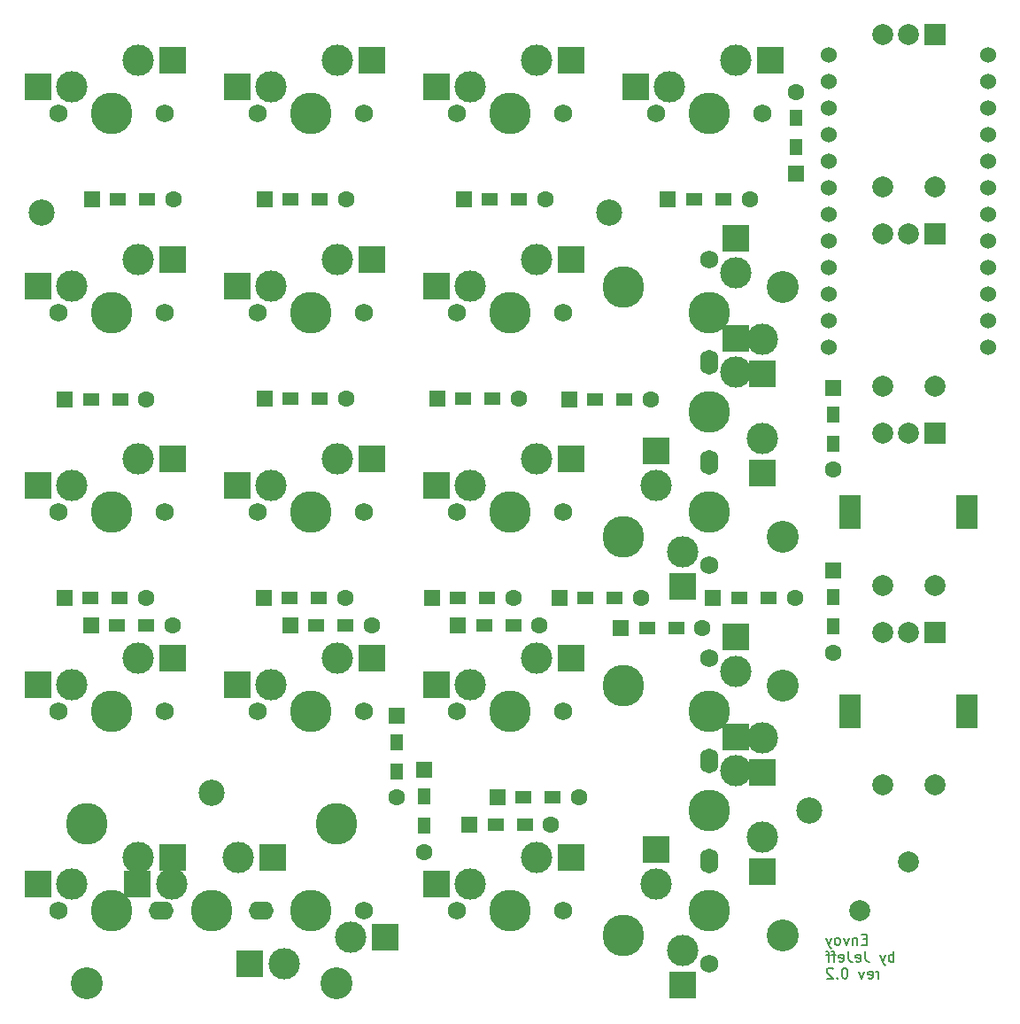
<source format=gbs>
%TF.GenerationSoftware,KiCad,Pcbnew,(5.99.0-12610-g07e01e6297)*%
%TF.CreationDate,2021-11-07T16:56:22+00:00*%
%TF.ProjectId,Envoy,456e766f-792e-46b6-9963-61645f706362,rev?*%
%TF.SameCoordinates,Original*%
%TF.FileFunction,Soldermask,Bot*%
%TF.FilePolarity,Negative*%
%FSLAX46Y46*%
G04 Gerber Fmt 4.6, Leading zero omitted, Abs format (unit mm)*
G04 Created by KiCad (PCBNEW (5.99.0-12610-g07e01e6297)) date 2021-11-07 16:56:22*
%MOMM*%
%LPD*%
G01*
G04 APERTURE LIST*
%ADD10C,0.200000*%
%ADD11R,1.600000X1.200000*%
%ADD12R,1.600000X1.600000*%
%ADD13C,1.600000*%
%ADD14R,1.200000X1.600000*%
%ADD15R,2.000000X3.200000*%
%ADD16R,2.000000X2.000000*%
%ADD17C,2.000000*%
%ADD18C,1.750000*%
%ADD19C,3.987800*%
%ADD20C,3.000000*%
%ADD21R,2.550000X2.500000*%
%ADD22O,1.750000X2.380000*%
%ADD23R,2.500000X2.550000*%
%ADD24O,2.380000X1.750000*%
%ADD25C,3.048000*%
%ADD26C,1.524000*%
%ADD27C,2.500000*%
G04 APERTURE END LIST*
D10*
X181781000Y-144018571D02*
X181447666Y-144018571D01*
X181304809Y-144542380D02*
X181781000Y-144542380D01*
X181781000Y-143542380D01*
X181304809Y-143542380D01*
X180876238Y-143875714D02*
X180876238Y-144542380D01*
X180876238Y-143970952D02*
X180828619Y-143923333D01*
X180733380Y-143875714D01*
X180590523Y-143875714D01*
X180495285Y-143923333D01*
X180447666Y-144018571D01*
X180447666Y-144542380D01*
X180066714Y-143875714D02*
X179828619Y-144542380D01*
X179590523Y-143875714D01*
X179066714Y-144542380D02*
X179161952Y-144494761D01*
X179209571Y-144447142D01*
X179257190Y-144351904D01*
X179257190Y-144066190D01*
X179209571Y-143970952D01*
X179161952Y-143923333D01*
X179066714Y-143875714D01*
X178923857Y-143875714D01*
X178828619Y-143923333D01*
X178781000Y-143970952D01*
X178733380Y-144066190D01*
X178733380Y-144351904D01*
X178781000Y-144447142D01*
X178828619Y-144494761D01*
X178923857Y-144542380D01*
X179066714Y-144542380D01*
X178400047Y-143875714D02*
X178161952Y-144542380D01*
X177923857Y-143875714D02*
X178161952Y-144542380D01*
X178257190Y-144780476D01*
X178304809Y-144828095D01*
X178400047Y-144875714D01*
X184352428Y-146152380D02*
X184352428Y-145152380D01*
X184352428Y-145533333D02*
X184257190Y-145485714D01*
X184066714Y-145485714D01*
X183971476Y-145533333D01*
X183923857Y-145580952D01*
X183876238Y-145676190D01*
X183876238Y-145961904D01*
X183923857Y-146057142D01*
X183971476Y-146104761D01*
X184066714Y-146152380D01*
X184257190Y-146152380D01*
X184352428Y-146104761D01*
X183542904Y-145485714D02*
X183304809Y-146152380D01*
X183066714Y-145485714D02*
X183304809Y-146152380D01*
X183400047Y-146390476D01*
X183447666Y-146438095D01*
X183542904Y-146485714D01*
X181638142Y-145152380D02*
X181638142Y-145866666D01*
X181685761Y-146009523D01*
X181781000Y-146104761D01*
X181923857Y-146152380D01*
X182019095Y-146152380D01*
X180781000Y-146104761D02*
X180876238Y-146152380D01*
X181066714Y-146152380D01*
X181161952Y-146104761D01*
X181209571Y-146009523D01*
X181209571Y-145628571D01*
X181161952Y-145533333D01*
X181066714Y-145485714D01*
X180876238Y-145485714D01*
X180781000Y-145533333D01*
X180733380Y-145628571D01*
X180733380Y-145723809D01*
X181209571Y-145819047D01*
X180019095Y-145152380D02*
X180019095Y-145866666D01*
X180066714Y-146009523D01*
X180161952Y-146104761D01*
X180304809Y-146152380D01*
X180400047Y-146152380D01*
X179161952Y-146104761D02*
X179257190Y-146152380D01*
X179447666Y-146152380D01*
X179542904Y-146104761D01*
X179590523Y-146009523D01*
X179590523Y-145628571D01*
X179542904Y-145533333D01*
X179447666Y-145485714D01*
X179257190Y-145485714D01*
X179161952Y-145533333D01*
X179114333Y-145628571D01*
X179114333Y-145723809D01*
X179590523Y-145819047D01*
X178828619Y-145485714D02*
X178447666Y-145485714D01*
X178685761Y-146152380D02*
X178685761Y-145295238D01*
X178638142Y-145200000D01*
X178542904Y-145152380D01*
X178447666Y-145152380D01*
X178257190Y-145485714D02*
X177876238Y-145485714D01*
X178114333Y-146152380D02*
X178114333Y-145295238D01*
X178066714Y-145200000D01*
X177971476Y-145152380D01*
X177876238Y-145152380D01*
X182923857Y-147762380D02*
X182923857Y-147095714D01*
X182923857Y-147286190D02*
X182876238Y-147190952D01*
X182828619Y-147143333D01*
X182733380Y-147095714D01*
X182638142Y-147095714D01*
X181923857Y-147714761D02*
X182019095Y-147762380D01*
X182209571Y-147762380D01*
X182304809Y-147714761D01*
X182352428Y-147619523D01*
X182352428Y-147238571D01*
X182304809Y-147143333D01*
X182209571Y-147095714D01*
X182019095Y-147095714D01*
X181923857Y-147143333D01*
X181876238Y-147238571D01*
X181876238Y-147333809D01*
X182352428Y-147429047D01*
X181542904Y-147095714D02*
X181304809Y-147762380D01*
X181066714Y-147095714D01*
X179733380Y-146762380D02*
X179638142Y-146762380D01*
X179542904Y-146810000D01*
X179495285Y-146857619D01*
X179447666Y-146952857D01*
X179400047Y-147143333D01*
X179400047Y-147381428D01*
X179447666Y-147571904D01*
X179495285Y-147667142D01*
X179542904Y-147714761D01*
X179638142Y-147762380D01*
X179733380Y-147762380D01*
X179828619Y-147714761D01*
X179876238Y-147667142D01*
X179923857Y-147571904D01*
X179971476Y-147381428D01*
X179971476Y-147143333D01*
X179923857Y-146952857D01*
X179876238Y-146857619D01*
X179828619Y-146810000D01*
X179733380Y-146762380D01*
X178971476Y-147667142D02*
X178923857Y-147714761D01*
X178971476Y-147762380D01*
X179019095Y-147714761D01*
X178971476Y-147667142D01*
X178971476Y-147762380D01*
X178542904Y-146857619D02*
X178495285Y-146810000D01*
X178400047Y-146762380D01*
X178161952Y-146762380D01*
X178066714Y-146810000D01*
X178019095Y-146857619D01*
X177971476Y-146952857D01*
X177971476Y-147048095D01*
X178019095Y-147190952D01*
X178590523Y-147762380D01*
X177971476Y-147762380D01*
D11*
%TO.C,D1*%
X110200000Y-73300000D03*
D12*
X107700000Y-73300000D03*
D13*
X115500000Y-73300000D03*
D11*
X113000000Y-73300000D03*
%TD*%
D12*
%TO.C,D2*%
X124200000Y-73300000D03*
D11*
X126700000Y-73300000D03*
X129500000Y-73300000D03*
D13*
X132000000Y-73300000D03*
%TD*%
D12*
%TO.C,D3*%
X143251000Y-73300000D03*
D11*
X145751000Y-73300000D03*
D13*
X151051000Y-73300000D03*
D11*
X148551000Y-73300000D03*
%TD*%
D12*
%TO.C,D4*%
X162775000Y-73300000D03*
D11*
X165275000Y-73300000D03*
X168075000Y-73300000D03*
D13*
X170575000Y-73300000D03*
%TD*%
D12*
%TO.C,D5*%
X105100000Y-92400000D03*
D11*
X107600000Y-92400000D03*
X110400000Y-92400000D03*
D13*
X112900000Y-92400000D03*
%TD*%
D12*
%TO.C,D6*%
X124200000Y-92300000D03*
D11*
X126700000Y-92300000D03*
X129500000Y-92300000D03*
D13*
X132000000Y-92300000D03*
%TD*%
D12*
%TO.C,D7*%
X140713500Y-92300000D03*
D11*
X143213500Y-92300000D03*
X146013500Y-92300000D03*
D13*
X148513500Y-92300000D03*
%TD*%
D11*
%TO.C,D8*%
X155813500Y-92443750D03*
D12*
X153313500Y-92443750D03*
D11*
X158613500Y-92443750D03*
D13*
X161113500Y-92443750D03*
%TD*%
D11*
%TO.C,D9*%
X107550000Y-111400000D03*
D12*
X105050000Y-111400000D03*
D13*
X112850000Y-111400000D03*
D11*
X110350000Y-111400000D03*
%TD*%
%TO.C,D10*%
X126600000Y-111400000D03*
D12*
X124100000Y-111400000D03*
D13*
X131900000Y-111400000D03*
D11*
X129400000Y-111400000D03*
%TD*%
D12*
%TO.C,D11*%
X140200000Y-111400000D03*
D11*
X142700000Y-111400000D03*
X145500000Y-111400000D03*
D13*
X148000000Y-111400000D03*
%TD*%
D11*
%TO.C,D12*%
X154900000Y-111400000D03*
D12*
X152400000Y-111400000D03*
D13*
X160200000Y-111400000D03*
D11*
X157700000Y-111400000D03*
%TD*%
D12*
%TO.C,D15*%
X142700000Y-113993750D03*
D11*
X145200000Y-113993750D03*
D13*
X150500000Y-113993750D03*
D11*
X148000000Y-113993750D03*
%TD*%
D14*
%TO.C,D17*%
X136863500Y-125143750D03*
D12*
X136863500Y-122643750D03*
D14*
X136863500Y-127943750D03*
D13*
X136863500Y-130443750D03*
%TD*%
D14*
%TO.C,D18*%
X139463500Y-130343750D03*
D12*
X139463500Y-127843750D03*
D13*
X139463500Y-135643750D03*
D14*
X139463500Y-133143750D03*
%TD*%
%TO.C,D22*%
X178600000Y-93831250D03*
D12*
X178600000Y-91331250D03*
D14*
X178600000Y-96631250D03*
D13*
X178600000Y-99131250D03*
%TD*%
D15*
%TO.C,ENC3*%
X180188500Y-103168750D03*
X191388500Y-103168750D03*
D16*
X188288500Y-95668750D03*
D17*
X183288500Y-95668750D03*
X185788500Y-95668750D03*
X183288500Y-110168750D03*
X188288500Y-110168750D03*
%TD*%
D18*
%TO.C,MX1*%
X104508500Y-65068750D03*
D19*
X109588500Y-65068750D03*
D20*
X105778500Y-62528750D03*
D18*
X114668500Y-65068750D03*
D20*
X112128500Y-59988750D03*
D21*
X102503500Y-62528750D03*
X115430500Y-59988750D03*
%TD*%
D18*
%TO.C,MX2*%
X123558500Y-65068750D03*
D20*
X124828500Y-62528750D03*
D18*
X133718500Y-65068750D03*
D19*
X128638500Y-65068750D03*
D20*
X131178500Y-59988750D03*
D21*
X121553500Y-62528750D03*
X134480500Y-59988750D03*
%TD*%
D19*
%TO.C,MX3*%
X147688500Y-65068750D03*
D18*
X142608500Y-65068750D03*
D20*
X150228500Y-59988750D03*
D18*
X152768500Y-65068750D03*
D20*
X143878500Y-62528750D03*
D21*
X140603500Y-62528750D03*
X153530500Y-59988750D03*
%TD*%
D18*
%TO.C,MX4*%
X161658500Y-65068750D03*
D20*
X162928500Y-62528750D03*
D18*
X171818500Y-65068750D03*
D19*
X166738500Y-65068750D03*
D20*
X169278500Y-59988750D03*
D21*
X172580500Y-59988750D03*
X159653500Y-62528750D03*
%TD*%
%TO.C,MX5*%
X115430500Y-79038750D03*
X102503500Y-81578750D03*
D19*
X109588500Y-84118750D03*
D20*
X105778500Y-81578750D03*
X112128500Y-79038750D03*
D18*
X104508500Y-84118750D03*
X114668500Y-84118750D03*
%TD*%
D20*
%TO.C,MX7*%
X143878500Y-81578750D03*
D18*
X142608500Y-84118750D03*
D20*
X150228500Y-79038750D03*
D18*
X152768500Y-84118750D03*
D19*
X147688500Y-84118750D03*
D21*
X140603500Y-81578750D03*
X153530500Y-79038750D03*
%TD*%
D20*
%TO.C,MX8*%
X169278500Y-80308750D03*
X171818500Y-86658750D03*
D19*
X166738500Y-84118750D03*
D18*
X166738500Y-79038750D03*
D22*
X166738500Y-88883750D03*
D23*
X171818500Y-89960750D03*
X169278500Y-77033750D03*
%TD*%
D19*
%TO.C,MX9*%
X109588500Y-103168750D03*
D18*
X104508500Y-103168750D03*
X114668500Y-103168750D03*
D20*
X112128500Y-98088750D03*
X105778500Y-100628750D03*
D21*
X102503500Y-100628750D03*
X115430500Y-98088750D03*
%TD*%
D18*
%TO.C,MX10*%
X133718500Y-103168750D03*
D20*
X124828500Y-100628750D03*
X131178500Y-98088750D03*
D18*
X123558500Y-103168750D03*
D19*
X128638500Y-103168750D03*
D21*
X121553500Y-100628750D03*
X134480500Y-98088750D03*
%TD*%
D19*
%TO.C,MX11*%
X147688500Y-103168750D03*
D20*
X143878500Y-100628750D03*
D18*
X142608500Y-103168750D03*
D20*
X150228500Y-98088750D03*
D18*
X152768500Y-103168750D03*
D21*
X140603500Y-100628750D03*
X153530500Y-98088750D03*
%TD*%
D18*
%TO.C,MX12*%
X166738500Y-108248750D03*
D20*
X164198500Y-106978750D03*
D22*
X166738500Y-98403750D03*
D20*
X161658500Y-100628750D03*
D19*
X166738500Y-103168750D03*
D23*
X164198500Y-110253750D03*
X161658500Y-97326750D03*
%TD*%
D20*
%TO.C,MX13*%
X105778500Y-119678750D03*
D18*
X114668500Y-122218750D03*
X104508500Y-122218750D03*
D20*
X112128500Y-117138750D03*
D19*
X109588500Y-122218750D03*
D21*
X102503500Y-119678750D03*
X115430500Y-117138750D03*
%TD*%
D20*
%TO.C,MX15*%
X143878500Y-119678750D03*
D18*
X152768500Y-122218750D03*
X142608500Y-122218750D03*
D20*
X150228500Y-117138750D03*
D19*
X147688500Y-122218750D03*
D21*
X140603500Y-119678750D03*
X153530500Y-117138750D03*
%TD*%
D19*
%TO.C,MX16*%
X166738500Y-122218750D03*
D20*
X169278500Y-118408750D03*
X171818500Y-124758750D03*
D22*
X166738500Y-126983750D03*
D18*
X166738500Y-117138750D03*
D23*
X171818500Y-128060750D03*
X169278500Y-115133750D03*
%TD*%
D20*
%TO.C,MX17*%
X105778500Y-138728750D03*
D24*
X114353500Y-141268750D03*
D19*
X109588500Y-141268750D03*
D18*
X104508500Y-141268750D03*
D20*
X112128500Y-136188750D03*
D21*
X102503500Y-138728750D03*
X115430500Y-136188750D03*
%TD*%
D18*
%TO.C,MX18*%
X133718500Y-141268750D03*
D20*
X126098500Y-146348750D03*
X132448500Y-143808750D03*
D19*
X128638500Y-141268750D03*
D24*
X123873500Y-141268750D03*
D21*
X122796500Y-146348750D03*
X135723500Y-143808750D03*
%TD*%
D22*
%TO.C,MX20*%
X166738500Y-136503750D03*
D20*
X161658500Y-138728750D03*
X164198500Y-145078750D03*
D18*
X166738500Y-146348750D03*
D19*
X166738500Y-141268750D03*
D23*
X161658500Y-135426750D03*
X164198500Y-148353750D03*
%TD*%
D20*
%TO.C,MX19*%
X143878500Y-138728750D03*
D18*
X142608500Y-141268750D03*
D20*
X150228500Y-136188750D03*
D19*
X147688500Y-141268750D03*
D18*
X152768500Y-141268750D03*
D21*
X140603500Y-138728750D03*
X153530500Y-136188750D03*
%TD*%
D25*
%TO.C,MX16-2u1*%
X173723500Y-119805750D03*
X173723500Y-143681750D03*
D19*
X158483500Y-119805750D03*
X166738500Y-131743750D03*
X158483500Y-143681750D03*
D20*
X169278500Y-127933750D03*
X171818500Y-134283750D03*
D23*
X169278500Y-124658750D03*
X171818500Y-137585750D03*
%TD*%
D25*
%TO.C,MX17-2u1*%
X131051500Y-148253750D03*
X107175500Y-148253750D03*
D19*
X131051500Y-133013750D03*
D20*
X115303500Y-138728750D03*
X121653500Y-136188750D03*
D19*
X119113500Y-141268750D03*
X107175500Y-133013750D03*
D21*
X112028500Y-138728750D03*
X124955500Y-136188750D03*
%TD*%
D20*
%TO.C,MX8-2u1*%
X169278500Y-89833750D03*
D25*
X173723500Y-81705750D03*
D20*
X171818500Y-96183750D03*
D19*
X158483500Y-105581750D03*
D25*
X173723500Y-105581750D03*
D19*
X158483500Y-81705750D03*
X166738500Y-93643750D03*
D23*
X169278500Y-86558750D03*
X171818500Y-99485750D03*
%TD*%
D20*
%TO.C,MX6*%
X124828500Y-81578750D03*
X131178500Y-79038750D03*
D18*
X133718500Y-84118750D03*
X123558500Y-84118750D03*
D19*
X128638500Y-84118750D03*
D21*
X121553500Y-81578750D03*
X134480500Y-79038750D03*
%TD*%
D12*
%TO.C,D13*%
X107600000Y-113993750D03*
D11*
X110100000Y-113993750D03*
X112900000Y-113993750D03*
D13*
X115400000Y-113993750D03*
%TD*%
D20*
%TO.C,MX14*%
X124828500Y-119678750D03*
X131178500Y-117138750D03*
D18*
X133718500Y-122218750D03*
D19*
X128638500Y-122218750D03*
D18*
X123558500Y-122218750D03*
D21*
X121553500Y-119678750D03*
X134480500Y-117138750D03*
%TD*%
D12*
%TO.C,D24*%
X178600000Y-108800000D03*
D14*
X178600000Y-111300000D03*
X178600000Y-114100000D03*
D13*
X178600000Y-116600000D03*
%TD*%
D15*
%TO.C,ENC4*%
X191388500Y-122218750D03*
X180188500Y-122218750D03*
D16*
X188288500Y-114718750D03*
D17*
X183288500Y-114718750D03*
X185788500Y-114718750D03*
X183288500Y-129218750D03*
X188288500Y-129218750D03*
%TD*%
D12*
%TO.C,D21*%
X175013500Y-70800000D03*
D14*
X175013500Y-68300000D03*
D13*
X175013500Y-63000000D03*
D14*
X175013500Y-65500000D03*
%TD*%
D12*
%TO.C,D23*%
X167100000Y-111400000D03*
D11*
X169600000Y-111400000D03*
X172400000Y-111400000D03*
D13*
X174900000Y-111400000D03*
%TD*%
D17*
%TO.C,RESET1*%
X185737097Y-136652903D03*
X181140903Y-141249097D03*
%TD*%
D11*
%TO.C,D14*%
X129150000Y-113993750D03*
D12*
X126650000Y-113993750D03*
D13*
X134450000Y-113993750D03*
D11*
X131950000Y-113993750D03*
%TD*%
D26*
%TO.C,ProMicro1*%
X193399900Y-59449000D03*
X193399900Y-61989000D03*
X193399900Y-64529000D03*
X193399900Y-67069000D03*
X193399900Y-69609000D03*
X193399900Y-72149000D03*
X193399900Y-74689000D03*
X193399900Y-77229000D03*
X193399900Y-79769000D03*
X193399900Y-82309000D03*
X193399900Y-84849000D03*
X193399900Y-87389000D03*
X178179900Y-87389000D03*
X178179900Y-84849000D03*
X178179900Y-82309000D03*
X178179900Y-79769000D03*
X178179900Y-77229000D03*
X178179900Y-74689000D03*
X178179900Y-72149000D03*
X178179900Y-69609000D03*
X178179900Y-67069000D03*
X178179900Y-64529000D03*
X178179900Y-61989000D03*
X178179900Y-59449000D03*
%TD*%
D16*
%TO.C,ENC1*%
X188288500Y-57568750D03*
D17*
X183288500Y-57568750D03*
X185788500Y-57568750D03*
X183288500Y-72068750D03*
X188288500Y-72068750D03*
%TD*%
D27*
%TO.C,H1*%
X102851000Y-74593750D03*
%TD*%
%TO.C,H2*%
X157150000Y-74593750D03*
%TD*%
%TO.C,H3*%
X119123500Y-129973750D03*
%TD*%
%TO.C,H4*%
X176263500Y-131743750D03*
%TD*%
D11*
%TO.C,D20*%
X148951000Y-130400000D03*
D12*
X146451000Y-130400000D03*
D13*
X154251000Y-130400000D03*
D11*
X151751000Y-130400000D03*
%TD*%
%TO.C,D19*%
X146288500Y-133043750D03*
D12*
X143788500Y-133043750D03*
D13*
X151588500Y-133043750D03*
D11*
X149088500Y-133043750D03*
%TD*%
D12*
%TO.C,D16*%
X158263500Y-114243750D03*
D11*
X160763500Y-114243750D03*
X163563500Y-114243750D03*
D13*
X166063500Y-114243750D03*
%TD*%
D16*
%TO.C,ENC2*%
X188288500Y-76618750D03*
D17*
X183288500Y-76618750D03*
X185788500Y-76618750D03*
X183288500Y-91118750D03*
X188288500Y-91118750D03*
%TD*%
M02*

</source>
